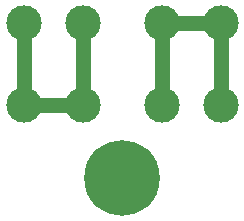
<source format=gbr>
G04 #@! TF.FileFunction,Copper,L1,Top,Signal*
%FSLAX46Y46*%
G04 Gerber Fmt 4.6, Leading zero omitted, Abs format (unit mm)*
G04 Created by KiCad (PCBNEW 4.0.7-e2-6376~58~ubuntu16.04.1) date Tue Oct 24 22:26:34 2017*
%MOMM*%
%LPD*%
G01*
G04 APERTURE LIST*
%ADD10C,0.100000*%
%ADD11C,3.000000*%
%ADD12C,6.400000*%
%ADD13C,1.270000*%
G04 APERTURE END LIST*
D10*
D11*
X8088000Y9327000D03*
X3088000Y9327000D03*
X3088000Y16327000D03*
X8088000Y16327000D03*
X19772000Y9327000D03*
X14772000Y9327000D03*
X14772000Y16327000D03*
X19772000Y16327000D03*
D12*
X11430000Y3175000D03*
D13*
X3088000Y9327000D02*
X3088000Y16327000D01*
X8088000Y9327000D02*
X3088000Y9327000D01*
X8088000Y16327000D02*
X8088000Y9327000D01*
X14772000Y16327000D02*
X14772000Y9327000D01*
X19772000Y16327000D02*
X14772000Y16327000D01*
X19772000Y16327000D02*
X19772000Y9327000D01*
M02*

</source>
